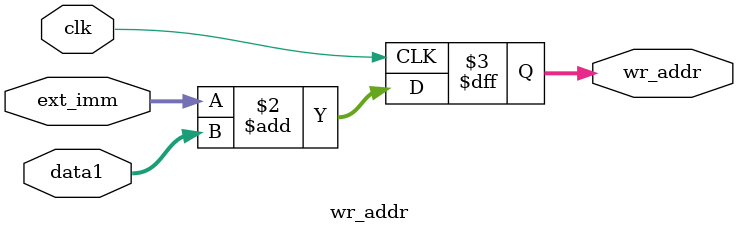
<source format=v>
`timescale 1ns / 1ps

module wr_addr(
	input clk,//! 输入时钟
	input [31:0]ext_imm, //! 地址偏置量offset
	input [31:0]data1,//! 寄存器内的RAM指针
	output reg [31:0]wr_addr//! 输出地址
);

	always@(negedge clk) wr_addr <= ext_imm + data1;

endmodule 


</source>
